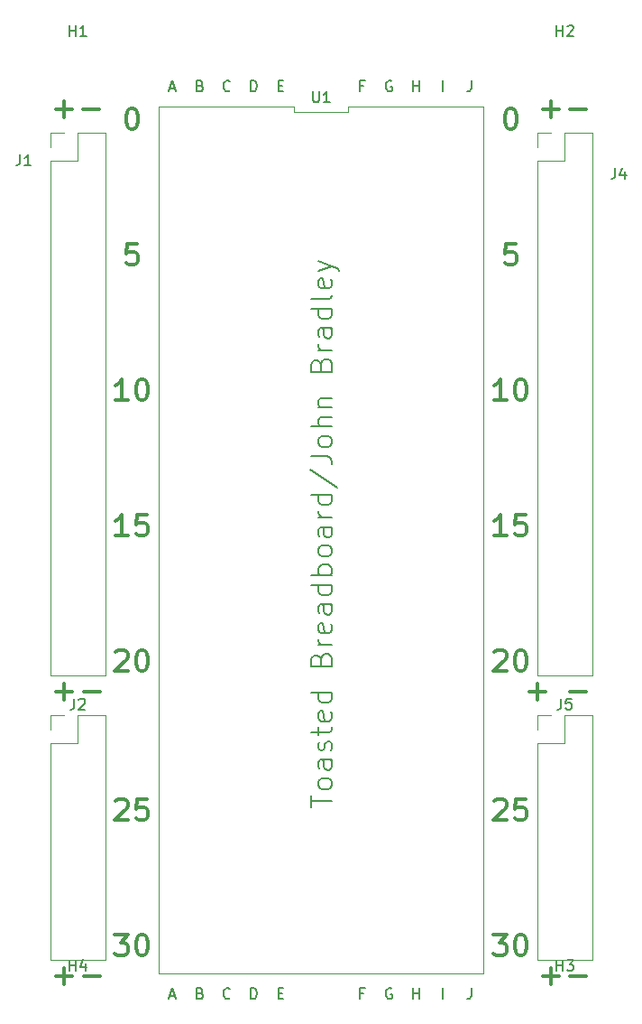
<source format=gbr>
%TF.GenerationSoftware,KiCad,Pcbnew,8.0.0*%
%TF.CreationDate,2024-03-14T18:22:41+00:00*%
%TF.ProjectId,ToastedBreadBoard64,546f6173-7465-4644-9272-656164426f61,rev?*%
%TF.SameCoordinates,Original*%
%TF.FileFunction,Legend,Top*%
%TF.FilePolarity,Positive*%
%FSLAX46Y46*%
G04 Gerber Fmt 4.6, Leading zero omitted, Abs format (unit mm)*
G04 Created by KiCad (PCBNEW 8.0.0) date 2024-03-14 18:22:41*
%MOMM*%
%LPD*%
G01*
G04 APERTURE LIST*
%ADD10C,0.150000*%
%ADD11C,0.300000*%
%ADD12C,0.120000*%
G04 APERTURE END LIST*
D10*
X128557438Y-92420839D02*
X128557438Y-91277982D01*
X130557438Y-91849411D02*
X128557438Y-91849411D01*
X130557438Y-90325601D02*
X130462200Y-90516077D01*
X130462200Y-90516077D02*
X130366961Y-90611315D01*
X130366961Y-90611315D02*
X130176485Y-90706553D01*
X130176485Y-90706553D02*
X129605057Y-90706553D01*
X129605057Y-90706553D02*
X129414580Y-90611315D01*
X129414580Y-90611315D02*
X129319342Y-90516077D01*
X129319342Y-90516077D02*
X129224104Y-90325601D01*
X129224104Y-90325601D02*
X129224104Y-90039886D01*
X129224104Y-90039886D02*
X129319342Y-89849410D01*
X129319342Y-89849410D02*
X129414580Y-89754172D01*
X129414580Y-89754172D02*
X129605057Y-89658934D01*
X129605057Y-89658934D02*
X130176485Y-89658934D01*
X130176485Y-89658934D02*
X130366961Y-89754172D01*
X130366961Y-89754172D02*
X130462200Y-89849410D01*
X130462200Y-89849410D02*
X130557438Y-90039886D01*
X130557438Y-90039886D02*
X130557438Y-90325601D01*
X130557438Y-87944648D02*
X129509819Y-87944648D01*
X129509819Y-87944648D02*
X129319342Y-88039886D01*
X129319342Y-88039886D02*
X129224104Y-88230362D01*
X129224104Y-88230362D02*
X129224104Y-88611315D01*
X129224104Y-88611315D02*
X129319342Y-88801791D01*
X130462200Y-87944648D02*
X130557438Y-88135124D01*
X130557438Y-88135124D02*
X130557438Y-88611315D01*
X130557438Y-88611315D02*
X130462200Y-88801791D01*
X130462200Y-88801791D02*
X130271723Y-88897029D01*
X130271723Y-88897029D02*
X130081247Y-88897029D01*
X130081247Y-88897029D02*
X129890771Y-88801791D01*
X129890771Y-88801791D02*
X129795533Y-88611315D01*
X129795533Y-88611315D02*
X129795533Y-88135124D01*
X129795533Y-88135124D02*
X129700295Y-87944648D01*
X130462200Y-87087505D02*
X130557438Y-86897029D01*
X130557438Y-86897029D02*
X130557438Y-86516077D01*
X130557438Y-86516077D02*
X130462200Y-86325600D01*
X130462200Y-86325600D02*
X130271723Y-86230362D01*
X130271723Y-86230362D02*
X130176485Y-86230362D01*
X130176485Y-86230362D02*
X129986009Y-86325600D01*
X129986009Y-86325600D02*
X129890771Y-86516077D01*
X129890771Y-86516077D02*
X129890771Y-86801791D01*
X129890771Y-86801791D02*
X129795533Y-86992267D01*
X129795533Y-86992267D02*
X129605057Y-87087505D01*
X129605057Y-87087505D02*
X129509819Y-87087505D01*
X129509819Y-87087505D02*
X129319342Y-86992267D01*
X129319342Y-86992267D02*
X129224104Y-86801791D01*
X129224104Y-86801791D02*
X129224104Y-86516077D01*
X129224104Y-86516077D02*
X129319342Y-86325600D01*
X129224104Y-85658933D02*
X129224104Y-84897029D01*
X128557438Y-85373219D02*
X130271723Y-85373219D01*
X130271723Y-85373219D02*
X130462200Y-85277981D01*
X130462200Y-85277981D02*
X130557438Y-85087505D01*
X130557438Y-85087505D02*
X130557438Y-84897029D01*
X130462200Y-83468457D02*
X130557438Y-83658933D01*
X130557438Y-83658933D02*
X130557438Y-84039886D01*
X130557438Y-84039886D02*
X130462200Y-84230362D01*
X130462200Y-84230362D02*
X130271723Y-84325600D01*
X130271723Y-84325600D02*
X129509819Y-84325600D01*
X129509819Y-84325600D02*
X129319342Y-84230362D01*
X129319342Y-84230362D02*
X129224104Y-84039886D01*
X129224104Y-84039886D02*
X129224104Y-83658933D01*
X129224104Y-83658933D02*
X129319342Y-83468457D01*
X129319342Y-83468457D02*
X129509819Y-83373219D01*
X129509819Y-83373219D02*
X129700295Y-83373219D01*
X129700295Y-83373219D02*
X129890771Y-84325600D01*
X130557438Y-81658933D02*
X128557438Y-81658933D01*
X130462200Y-81658933D02*
X130557438Y-81849409D01*
X130557438Y-81849409D02*
X130557438Y-82230362D01*
X130557438Y-82230362D02*
X130462200Y-82420838D01*
X130462200Y-82420838D02*
X130366961Y-82516076D01*
X130366961Y-82516076D02*
X130176485Y-82611314D01*
X130176485Y-82611314D02*
X129605057Y-82611314D01*
X129605057Y-82611314D02*
X129414580Y-82516076D01*
X129414580Y-82516076D02*
X129319342Y-82420838D01*
X129319342Y-82420838D02*
X129224104Y-82230362D01*
X129224104Y-82230362D02*
X129224104Y-81849409D01*
X129224104Y-81849409D02*
X129319342Y-81658933D01*
X129509819Y-78516075D02*
X129605057Y-78230361D01*
X129605057Y-78230361D02*
X129700295Y-78135123D01*
X129700295Y-78135123D02*
X129890771Y-78039885D01*
X129890771Y-78039885D02*
X130176485Y-78039885D01*
X130176485Y-78039885D02*
X130366961Y-78135123D01*
X130366961Y-78135123D02*
X130462200Y-78230361D01*
X130462200Y-78230361D02*
X130557438Y-78420837D01*
X130557438Y-78420837D02*
X130557438Y-79182742D01*
X130557438Y-79182742D02*
X128557438Y-79182742D01*
X128557438Y-79182742D02*
X128557438Y-78516075D01*
X128557438Y-78516075D02*
X128652676Y-78325599D01*
X128652676Y-78325599D02*
X128747914Y-78230361D01*
X128747914Y-78230361D02*
X128938390Y-78135123D01*
X128938390Y-78135123D02*
X129128866Y-78135123D01*
X129128866Y-78135123D02*
X129319342Y-78230361D01*
X129319342Y-78230361D02*
X129414580Y-78325599D01*
X129414580Y-78325599D02*
X129509819Y-78516075D01*
X129509819Y-78516075D02*
X129509819Y-79182742D01*
X130557438Y-77182742D02*
X129224104Y-77182742D01*
X129605057Y-77182742D02*
X129414580Y-77087504D01*
X129414580Y-77087504D02*
X129319342Y-76992266D01*
X129319342Y-76992266D02*
X129224104Y-76801790D01*
X129224104Y-76801790D02*
X129224104Y-76611313D01*
X130462200Y-75182742D02*
X130557438Y-75373218D01*
X130557438Y-75373218D02*
X130557438Y-75754171D01*
X130557438Y-75754171D02*
X130462200Y-75944647D01*
X130462200Y-75944647D02*
X130271723Y-76039885D01*
X130271723Y-76039885D02*
X129509819Y-76039885D01*
X129509819Y-76039885D02*
X129319342Y-75944647D01*
X129319342Y-75944647D02*
X129224104Y-75754171D01*
X129224104Y-75754171D02*
X129224104Y-75373218D01*
X129224104Y-75373218D02*
X129319342Y-75182742D01*
X129319342Y-75182742D02*
X129509819Y-75087504D01*
X129509819Y-75087504D02*
X129700295Y-75087504D01*
X129700295Y-75087504D02*
X129890771Y-76039885D01*
X130557438Y-73373218D02*
X129509819Y-73373218D01*
X129509819Y-73373218D02*
X129319342Y-73468456D01*
X129319342Y-73468456D02*
X129224104Y-73658932D01*
X129224104Y-73658932D02*
X129224104Y-74039885D01*
X129224104Y-74039885D02*
X129319342Y-74230361D01*
X130462200Y-73373218D02*
X130557438Y-73563694D01*
X130557438Y-73563694D02*
X130557438Y-74039885D01*
X130557438Y-74039885D02*
X130462200Y-74230361D01*
X130462200Y-74230361D02*
X130271723Y-74325599D01*
X130271723Y-74325599D02*
X130081247Y-74325599D01*
X130081247Y-74325599D02*
X129890771Y-74230361D01*
X129890771Y-74230361D02*
X129795533Y-74039885D01*
X129795533Y-74039885D02*
X129795533Y-73563694D01*
X129795533Y-73563694D02*
X129700295Y-73373218D01*
X130557438Y-71563694D02*
X128557438Y-71563694D01*
X130462200Y-71563694D02*
X130557438Y-71754170D01*
X130557438Y-71754170D02*
X130557438Y-72135123D01*
X130557438Y-72135123D02*
X130462200Y-72325599D01*
X130462200Y-72325599D02*
X130366961Y-72420837D01*
X130366961Y-72420837D02*
X130176485Y-72516075D01*
X130176485Y-72516075D02*
X129605057Y-72516075D01*
X129605057Y-72516075D02*
X129414580Y-72420837D01*
X129414580Y-72420837D02*
X129319342Y-72325599D01*
X129319342Y-72325599D02*
X129224104Y-72135123D01*
X129224104Y-72135123D02*
X129224104Y-71754170D01*
X129224104Y-71754170D02*
X129319342Y-71563694D01*
X130557438Y-70611313D02*
X128557438Y-70611313D01*
X129319342Y-70611313D02*
X129224104Y-70420837D01*
X129224104Y-70420837D02*
X129224104Y-70039884D01*
X129224104Y-70039884D02*
X129319342Y-69849408D01*
X129319342Y-69849408D02*
X129414580Y-69754170D01*
X129414580Y-69754170D02*
X129605057Y-69658932D01*
X129605057Y-69658932D02*
X130176485Y-69658932D01*
X130176485Y-69658932D02*
X130366961Y-69754170D01*
X130366961Y-69754170D02*
X130462200Y-69849408D01*
X130462200Y-69849408D02*
X130557438Y-70039884D01*
X130557438Y-70039884D02*
X130557438Y-70420837D01*
X130557438Y-70420837D02*
X130462200Y-70611313D01*
X130557438Y-68516075D02*
X130462200Y-68706551D01*
X130462200Y-68706551D02*
X130366961Y-68801789D01*
X130366961Y-68801789D02*
X130176485Y-68897027D01*
X130176485Y-68897027D02*
X129605057Y-68897027D01*
X129605057Y-68897027D02*
X129414580Y-68801789D01*
X129414580Y-68801789D02*
X129319342Y-68706551D01*
X129319342Y-68706551D02*
X129224104Y-68516075D01*
X129224104Y-68516075D02*
X129224104Y-68230360D01*
X129224104Y-68230360D02*
X129319342Y-68039884D01*
X129319342Y-68039884D02*
X129414580Y-67944646D01*
X129414580Y-67944646D02*
X129605057Y-67849408D01*
X129605057Y-67849408D02*
X130176485Y-67849408D01*
X130176485Y-67849408D02*
X130366961Y-67944646D01*
X130366961Y-67944646D02*
X130462200Y-68039884D01*
X130462200Y-68039884D02*
X130557438Y-68230360D01*
X130557438Y-68230360D02*
X130557438Y-68516075D01*
X130557438Y-66135122D02*
X129509819Y-66135122D01*
X129509819Y-66135122D02*
X129319342Y-66230360D01*
X129319342Y-66230360D02*
X129224104Y-66420836D01*
X129224104Y-66420836D02*
X129224104Y-66801789D01*
X129224104Y-66801789D02*
X129319342Y-66992265D01*
X130462200Y-66135122D02*
X130557438Y-66325598D01*
X130557438Y-66325598D02*
X130557438Y-66801789D01*
X130557438Y-66801789D02*
X130462200Y-66992265D01*
X130462200Y-66992265D02*
X130271723Y-67087503D01*
X130271723Y-67087503D02*
X130081247Y-67087503D01*
X130081247Y-67087503D02*
X129890771Y-66992265D01*
X129890771Y-66992265D02*
X129795533Y-66801789D01*
X129795533Y-66801789D02*
X129795533Y-66325598D01*
X129795533Y-66325598D02*
X129700295Y-66135122D01*
X130557438Y-65182741D02*
X129224104Y-65182741D01*
X129605057Y-65182741D02*
X129414580Y-65087503D01*
X129414580Y-65087503D02*
X129319342Y-64992265D01*
X129319342Y-64992265D02*
X129224104Y-64801789D01*
X129224104Y-64801789D02*
X129224104Y-64611312D01*
X130557438Y-63087503D02*
X128557438Y-63087503D01*
X130462200Y-63087503D02*
X130557438Y-63277979D01*
X130557438Y-63277979D02*
X130557438Y-63658932D01*
X130557438Y-63658932D02*
X130462200Y-63849408D01*
X130462200Y-63849408D02*
X130366961Y-63944646D01*
X130366961Y-63944646D02*
X130176485Y-64039884D01*
X130176485Y-64039884D02*
X129605057Y-64039884D01*
X129605057Y-64039884D02*
X129414580Y-63944646D01*
X129414580Y-63944646D02*
X129319342Y-63849408D01*
X129319342Y-63849408D02*
X129224104Y-63658932D01*
X129224104Y-63658932D02*
X129224104Y-63277979D01*
X129224104Y-63277979D02*
X129319342Y-63087503D01*
X128462200Y-60706551D02*
X131033628Y-62420836D01*
X128557438Y-59468455D02*
X129986009Y-59468455D01*
X129986009Y-59468455D02*
X130271723Y-59563694D01*
X130271723Y-59563694D02*
X130462200Y-59754170D01*
X130462200Y-59754170D02*
X130557438Y-60039884D01*
X130557438Y-60039884D02*
X130557438Y-60230360D01*
X130557438Y-58230360D02*
X130462200Y-58420836D01*
X130462200Y-58420836D02*
X130366961Y-58516074D01*
X130366961Y-58516074D02*
X130176485Y-58611312D01*
X130176485Y-58611312D02*
X129605057Y-58611312D01*
X129605057Y-58611312D02*
X129414580Y-58516074D01*
X129414580Y-58516074D02*
X129319342Y-58420836D01*
X129319342Y-58420836D02*
X129224104Y-58230360D01*
X129224104Y-58230360D02*
X129224104Y-57944645D01*
X129224104Y-57944645D02*
X129319342Y-57754169D01*
X129319342Y-57754169D02*
X129414580Y-57658931D01*
X129414580Y-57658931D02*
X129605057Y-57563693D01*
X129605057Y-57563693D02*
X130176485Y-57563693D01*
X130176485Y-57563693D02*
X130366961Y-57658931D01*
X130366961Y-57658931D02*
X130462200Y-57754169D01*
X130462200Y-57754169D02*
X130557438Y-57944645D01*
X130557438Y-57944645D02*
X130557438Y-58230360D01*
X130557438Y-56706550D02*
X128557438Y-56706550D01*
X130557438Y-55849407D02*
X129509819Y-55849407D01*
X129509819Y-55849407D02*
X129319342Y-55944645D01*
X129319342Y-55944645D02*
X129224104Y-56135121D01*
X129224104Y-56135121D02*
X129224104Y-56420836D01*
X129224104Y-56420836D02*
X129319342Y-56611312D01*
X129319342Y-56611312D02*
X129414580Y-56706550D01*
X129224104Y-54897026D02*
X130557438Y-54897026D01*
X129414580Y-54897026D02*
X129319342Y-54801788D01*
X129319342Y-54801788D02*
X129224104Y-54611312D01*
X129224104Y-54611312D02*
X129224104Y-54325597D01*
X129224104Y-54325597D02*
X129319342Y-54135121D01*
X129319342Y-54135121D02*
X129509819Y-54039883D01*
X129509819Y-54039883D02*
X130557438Y-54039883D01*
X129509819Y-50897025D02*
X129605057Y-50611311D01*
X129605057Y-50611311D02*
X129700295Y-50516073D01*
X129700295Y-50516073D02*
X129890771Y-50420835D01*
X129890771Y-50420835D02*
X130176485Y-50420835D01*
X130176485Y-50420835D02*
X130366961Y-50516073D01*
X130366961Y-50516073D02*
X130462200Y-50611311D01*
X130462200Y-50611311D02*
X130557438Y-50801787D01*
X130557438Y-50801787D02*
X130557438Y-51563692D01*
X130557438Y-51563692D02*
X128557438Y-51563692D01*
X128557438Y-51563692D02*
X128557438Y-50897025D01*
X128557438Y-50897025D02*
X128652676Y-50706549D01*
X128652676Y-50706549D02*
X128747914Y-50611311D01*
X128747914Y-50611311D02*
X128938390Y-50516073D01*
X128938390Y-50516073D02*
X129128866Y-50516073D01*
X129128866Y-50516073D02*
X129319342Y-50611311D01*
X129319342Y-50611311D02*
X129414580Y-50706549D01*
X129414580Y-50706549D02*
X129509819Y-50897025D01*
X129509819Y-50897025D02*
X129509819Y-51563692D01*
X130557438Y-49563692D02*
X129224104Y-49563692D01*
X129605057Y-49563692D02*
X129414580Y-49468454D01*
X129414580Y-49468454D02*
X129319342Y-49373216D01*
X129319342Y-49373216D02*
X129224104Y-49182740D01*
X129224104Y-49182740D02*
X129224104Y-48992263D01*
X130557438Y-47468454D02*
X129509819Y-47468454D01*
X129509819Y-47468454D02*
X129319342Y-47563692D01*
X129319342Y-47563692D02*
X129224104Y-47754168D01*
X129224104Y-47754168D02*
X129224104Y-48135121D01*
X129224104Y-48135121D02*
X129319342Y-48325597D01*
X130462200Y-47468454D02*
X130557438Y-47658930D01*
X130557438Y-47658930D02*
X130557438Y-48135121D01*
X130557438Y-48135121D02*
X130462200Y-48325597D01*
X130462200Y-48325597D02*
X130271723Y-48420835D01*
X130271723Y-48420835D02*
X130081247Y-48420835D01*
X130081247Y-48420835D02*
X129890771Y-48325597D01*
X129890771Y-48325597D02*
X129795533Y-48135121D01*
X129795533Y-48135121D02*
X129795533Y-47658930D01*
X129795533Y-47658930D02*
X129700295Y-47468454D01*
X130557438Y-45658930D02*
X128557438Y-45658930D01*
X130462200Y-45658930D02*
X130557438Y-45849406D01*
X130557438Y-45849406D02*
X130557438Y-46230359D01*
X130557438Y-46230359D02*
X130462200Y-46420835D01*
X130462200Y-46420835D02*
X130366961Y-46516073D01*
X130366961Y-46516073D02*
X130176485Y-46611311D01*
X130176485Y-46611311D02*
X129605057Y-46611311D01*
X129605057Y-46611311D02*
X129414580Y-46516073D01*
X129414580Y-46516073D02*
X129319342Y-46420835D01*
X129319342Y-46420835D02*
X129224104Y-46230359D01*
X129224104Y-46230359D02*
X129224104Y-45849406D01*
X129224104Y-45849406D02*
X129319342Y-45658930D01*
X130557438Y-44420835D02*
X130462200Y-44611311D01*
X130462200Y-44611311D02*
X130271723Y-44706549D01*
X130271723Y-44706549D02*
X128557438Y-44706549D01*
X130462200Y-42897025D02*
X130557438Y-43087501D01*
X130557438Y-43087501D02*
X130557438Y-43468454D01*
X130557438Y-43468454D02*
X130462200Y-43658930D01*
X130462200Y-43658930D02*
X130271723Y-43754168D01*
X130271723Y-43754168D02*
X129509819Y-43754168D01*
X129509819Y-43754168D02*
X129319342Y-43658930D01*
X129319342Y-43658930D02*
X129224104Y-43468454D01*
X129224104Y-43468454D02*
X129224104Y-43087501D01*
X129224104Y-43087501D02*
X129319342Y-42897025D01*
X129319342Y-42897025D02*
X129509819Y-42801787D01*
X129509819Y-42801787D02*
X129700295Y-42801787D01*
X129700295Y-42801787D02*
X129890771Y-43754168D01*
X129224104Y-42135120D02*
X130557438Y-41658930D01*
X129224104Y-41182739D02*
X130557438Y-41658930D01*
X130557438Y-41658930D02*
X131033628Y-41849406D01*
X131033628Y-41849406D02*
X131128866Y-41944644D01*
X131128866Y-41944644D02*
X131224104Y-42135120D01*
D11*
X147796190Y-39549638D02*
X146843809Y-39549638D01*
X146843809Y-39549638D02*
X146748571Y-40502019D01*
X146748571Y-40502019D02*
X146843809Y-40406780D01*
X146843809Y-40406780D02*
X147034285Y-40311542D01*
X147034285Y-40311542D02*
X147510476Y-40311542D01*
X147510476Y-40311542D02*
X147700952Y-40406780D01*
X147700952Y-40406780D02*
X147796190Y-40502019D01*
X147796190Y-40502019D02*
X147891428Y-40692495D01*
X147891428Y-40692495D02*
X147891428Y-41168685D01*
X147891428Y-41168685D02*
X147796190Y-41359161D01*
X147796190Y-41359161D02*
X147700952Y-41454400D01*
X147700952Y-41454400D02*
X147510476Y-41549638D01*
X147510476Y-41549638D02*
X147034285Y-41549638D01*
X147034285Y-41549638D02*
X146843809Y-41454400D01*
X146843809Y-41454400D02*
X146748571Y-41359161D01*
X112236190Y-39549638D02*
X111283809Y-39549638D01*
X111283809Y-39549638D02*
X111188571Y-40502019D01*
X111188571Y-40502019D02*
X111283809Y-40406780D01*
X111283809Y-40406780D02*
X111474285Y-40311542D01*
X111474285Y-40311542D02*
X111950476Y-40311542D01*
X111950476Y-40311542D02*
X112140952Y-40406780D01*
X112140952Y-40406780D02*
X112236190Y-40502019D01*
X112236190Y-40502019D02*
X112331428Y-40692495D01*
X112331428Y-40692495D02*
X112331428Y-41168685D01*
X112331428Y-41168685D02*
X112236190Y-41359161D01*
X112236190Y-41359161D02*
X112140952Y-41454400D01*
X112140952Y-41454400D02*
X111950476Y-41549638D01*
X111950476Y-41549638D02*
X111474285Y-41549638D01*
X111474285Y-41549638D02*
X111283809Y-41454400D01*
X111283809Y-41454400D02*
X111188571Y-41359161D01*
D10*
X120959523Y-110264580D02*
X120911904Y-110312200D01*
X120911904Y-110312200D02*
X120769047Y-110359819D01*
X120769047Y-110359819D02*
X120673809Y-110359819D01*
X120673809Y-110359819D02*
X120530952Y-110312200D01*
X120530952Y-110312200D02*
X120435714Y-110216961D01*
X120435714Y-110216961D02*
X120388095Y-110121723D01*
X120388095Y-110121723D02*
X120340476Y-109931247D01*
X120340476Y-109931247D02*
X120340476Y-109788390D01*
X120340476Y-109788390D02*
X120388095Y-109597914D01*
X120388095Y-109597914D02*
X120435714Y-109502676D01*
X120435714Y-109502676D02*
X120530952Y-109407438D01*
X120530952Y-109407438D02*
X120673809Y-109359819D01*
X120673809Y-109359819D02*
X120769047Y-109359819D01*
X120769047Y-109359819D02*
X120911904Y-109407438D01*
X120911904Y-109407438D02*
X120959523Y-109455057D01*
D11*
X110236190Y-91810114D02*
X110331428Y-91714876D01*
X110331428Y-91714876D02*
X110521904Y-91619638D01*
X110521904Y-91619638D02*
X110998095Y-91619638D01*
X110998095Y-91619638D02*
X111188571Y-91714876D01*
X111188571Y-91714876D02*
X111283809Y-91810114D01*
X111283809Y-91810114D02*
X111379047Y-92000590D01*
X111379047Y-92000590D02*
X111379047Y-92191066D01*
X111379047Y-92191066D02*
X111283809Y-92476780D01*
X111283809Y-92476780D02*
X110140952Y-93619638D01*
X110140952Y-93619638D02*
X111379047Y-93619638D01*
X113188571Y-91619638D02*
X112236190Y-91619638D01*
X112236190Y-91619638D02*
X112140952Y-92572019D01*
X112140952Y-92572019D02*
X112236190Y-92476780D01*
X112236190Y-92476780D02*
X112426666Y-92381542D01*
X112426666Y-92381542D02*
X112902857Y-92381542D01*
X112902857Y-92381542D02*
X113093333Y-92476780D01*
X113093333Y-92476780D02*
X113188571Y-92572019D01*
X113188571Y-92572019D02*
X113283809Y-92762495D01*
X113283809Y-92762495D02*
X113283809Y-93238685D01*
X113283809Y-93238685D02*
X113188571Y-93429161D01*
X113188571Y-93429161D02*
X113093333Y-93524400D01*
X113093333Y-93524400D02*
X112902857Y-93619638D01*
X112902857Y-93619638D02*
X112426666Y-93619638D01*
X112426666Y-93619638D02*
X112236190Y-93524400D01*
X112236190Y-93524400D02*
X112140952Y-93429161D01*
X152908095Y-108197733D02*
X154431905Y-108197733D01*
X104648095Y-81527733D02*
X106171905Y-81527733D01*
X105410000Y-82289638D02*
X105410000Y-80765828D01*
D10*
X115331905Y-110074104D02*
X115808095Y-110074104D01*
X115236667Y-110359819D02*
X115570000Y-109359819D01*
X115570000Y-109359819D02*
X115903333Y-110359819D01*
X136151904Y-24317438D02*
X136056666Y-24269819D01*
X136056666Y-24269819D02*
X135913809Y-24269819D01*
X135913809Y-24269819D02*
X135770952Y-24317438D01*
X135770952Y-24317438D02*
X135675714Y-24412676D01*
X135675714Y-24412676D02*
X135628095Y-24507914D01*
X135628095Y-24507914D02*
X135580476Y-24698390D01*
X135580476Y-24698390D02*
X135580476Y-24841247D01*
X135580476Y-24841247D02*
X135628095Y-25031723D01*
X135628095Y-25031723D02*
X135675714Y-25126961D01*
X135675714Y-25126961D02*
X135770952Y-25222200D01*
X135770952Y-25222200D02*
X135913809Y-25269819D01*
X135913809Y-25269819D02*
X136009047Y-25269819D01*
X136009047Y-25269819D02*
X136151904Y-25222200D01*
X136151904Y-25222200D02*
X136199523Y-25174580D01*
X136199523Y-25174580D02*
X136199523Y-24841247D01*
X136199523Y-24841247D02*
X136009047Y-24841247D01*
D11*
X150368095Y-108197733D02*
X151891905Y-108197733D01*
X151130000Y-108959638D02*
X151130000Y-107435828D01*
X149098095Y-81527733D02*
X150621905Y-81527733D01*
X149860000Y-82289638D02*
X149860000Y-80765828D01*
D10*
X133492857Y-24746009D02*
X133159524Y-24746009D01*
X133159524Y-25269819D02*
X133159524Y-24269819D01*
X133159524Y-24269819D02*
X133635714Y-24269819D01*
X133492857Y-109836009D02*
X133159524Y-109836009D01*
X133159524Y-110359819D02*
X133159524Y-109359819D01*
X133159524Y-109359819D02*
X133635714Y-109359819D01*
D11*
X145796190Y-77840114D02*
X145891428Y-77744876D01*
X145891428Y-77744876D02*
X146081904Y-77649638D01*
X146081904Y-77649638D02*
X146558095Y-77649638D01*
X146558095Y-77649638D02*
X146748571Y-77744876D01*
X146748571Y-77744876D02*
X146843809Y-77840114D01*
X146843809Y-77840114D02*
X146939047Y-78030590D01*
X146939047Y-78030590D02*
X146939047Y-78221066D01*
X146939047Y-78221066D02*
X146843809Y-78506780D01*
X146843809Y-78506780D02*
X145700952Y-79649638D01*
X145700952Y-79649638D02*
X146939047Y-79649638D01*
X148177142Y-77649638D02*
X148367619Y-77649638D01*
X148367619Y-77649638D02*
X148558095Y-77744876D01*
X148558095Y-77744876D02*
X148653333Y-77840114D01*
X148653333Y-77840114D02*
X148748571Y-78030590D01*
X148748571Y-78030590D02*
X148843809Y-78411542D01*
X148843809Y-78411542D02*
X148843809Y-78887733D01*
X148843809Y-78887733D02*
X148748571Y-79268685D01*
X148748571Y-79268685D02*
X148653333Y-79459161D01*
X148653333Y-79459161D02*
X148558095Y-79554400D01*
X148558095Y-79554400D02*
X148367619Y-79649638D01*
X148367619Y-79649638D02*
X148177142Y-79649638D01*
X148177142Y-79649638D02*
X147986666Y-79554400D01*
X147986666Y-79554400D02*
X147891428Y-79459161D01*
X147891428Y-79459161D02*
X147796190Y-79268685D01*
X147796190Y-79268685D02*
X147700952Y-78887733D01*
X147700952Y-78887733D02*
X147700952Y-78411542D01*
X147700952Y-78411542D02*
X147796190Y-78030590D01*
X147796190Y-78030590D02*
X147891428Y-77840114D01*
X147891428Y-77840114D02*
X147986666Y-77744876D01*
X147986666Y-77744876D02*
X148177142Y-77649638D01*
D10*
X143652857Y-109359819D02*
X143652857Y-110074104D01*
X143652857Y-110074104D02*
X143605238Y-110216961D01*
X143605238Y-110216961D02*
X143510000Y-110312200D01*
X143510000Y-110312200D02*
X143367143Y-110359819D01*
X143367143Y-110359819D02*
X143271905Y-110359819D01*
D11*
X104648095Y-26917733D02*
X106171905Y-26917733D01*
X105410000Y-27679638D02*
X105410000Y-26155828D01*
X104648095Y-108197733D02*
X106171905Y-108197733D01*
X105410000Y-108959638D02*
X105410000Y-107435828D01*
D10*
X125515714Y-109836009D02*
X125849047Y-109836009D01*
X125991904Y-110359819D02*
X125515714Y-110359819D01*
X125515714Y-110359819D02*
X125515714Y-109359819D01*
X125515714Y-109359819D02*
X125991904Y-109359819D01*
D11*
X107218095Y-108197733D02*
X108741905Y-108197733D01*
D10*
X115331905Y-24984104D02*
X115808095Y-24984104D01*
X115236667Y-25269819D02*
X115570000Y-24269819D01*
X115570000Y-24269819D02*
X115903333Y-25269819D01*
X122928095Y-25269819D02*
X122928095Y-24269819D01*
X122928095Y-24269819D02*
X123166190Y-24269819D01*
X123166190Y-24269819D02*
X123309047Y-24317438D01*
X123309047Y-24317438D02*
X123404285Y-24412676D01*
X123404285Y-24412676D02*
X123451904Y-24507914D01*
X123451904Y-24507914D02*
X123499523Y-24698390D01*
X123499523Y-24698390D02*
X123499523Y-24841247D01*
X123499523Y-24841247D02*
X123451904Y-25031723D01*
X123451904Y-25031723D02*
X123404285Y-25126961D01*
X123404285Y-25126961D02*
X123309047Y-25222200D01*
X123309047Y-25222200D02*
X123166190Y-25269819D01*
X123166190Y-25269819D02*
X122928095Y-25269819D01*
D11*
X145796190Y-91810114D02*
X145891428Y-91714876D01*
X145891428Y-91714876D02*
X146081904Y-91619638D01*
X146081904Y-91619638D02*
X146558095Y-91619638D01*
X146558095Y-91619638D02*
X146748571Y-91714876D01*
X146748571Y-91714876D02*
X146843809Y-91810114D01*
X146843809Y-91810114D02*
X146939047Y-92000590D01*
X146939047Y-92000590D02*
X146939047Y-92191066D01*
X146939047Y-92191066D02*
X146843809Y-92476780D01*
X146843809Y-92476780D02*
X145700952Y-93619638D01*
X145700952Y-93619638D02*
X146939047Y-93619638D01*
X148748571Y-91619638D02*
X147796190Y-91619638D01*
X147796190Y-91619638D02*
X147700952Y-92572019D01*
X147700952Y-92572019D02*
X147796190Y-92476780D01*
X147796190Y-92476780D02*
X147986666Y-92381542D01*
X147986666Y-92381542D02*
X148462857Y-92381542D01*
X148462857Y-92381542D02*
X148653333Y-92476780D01*
X148653333Y-92476780D02*
X148748571Y-92572019D01*
X148748571Y-92572019D02*
X148843809Y-92762495D01*
X148843809Y-92762495D02*
X148843809Y-93238685D01*
X148843809Y-93238685D02*
X148748571Y-93429161D01*
X148748571Y-93429161D02*
X148653333Y-93524400D01*
X148653333Y-93524400D02*
X148462857Y-93619638D01*
X148462857Y-93619638D02*
X147986666Y-93619638D01*
X147986666Y-93619638D02*
X147796190Y-93524400D01*
X147796190Y-93524400D02*
X147700952Y-93429161D01*
X147224761Y-26849638D02*
X147415238Y-26849638D01*
X147415238Y-26849638D02*
X147605714Y-26944876D01*
X147605714Y-26944876D02*
X147700952Y-27040114D01*
X147700952Y-27040114D02*
X147796190Y-27230590D01*
X147796190Y-27230590D02*
X147891428Y-27611542D01*
X147891428Y-27611542D02*
X147891428Y-28087733D01*
X147891428Y-28087733D02*
X147796190Y-28468685D01*
X147796190Y-28468685D02*
X147700952Y-28659161D01*
X147700952Y-28659161D02*
X147605714Y-28754400D01*
X147605714Y-28754400D02*
X147415238Y-28849638D01*
X147415238Y-28849638D02*
X147224761Y-28849638D01*
X147224761Y-28849638D02*
X147034285Y-28754400D01*
X147034285Y-28754400D02*
X146939047Y-28659161D01*
X146939047Y-28659161D02*
X146843809Y-28468685D01*
X146843809Y-28468685D02*
X146748571Y-28087733D01*
X146748571Y-28087733D02*
X146748571Y-27611542D01*
X146748571Y-27611542D02*
X146843809Y-27230590D01*
X146843809Y-27230590D02*
X146939047Y-27040114D01*
X146939047Y-27040114D02*
X147034285Y-26944876D01*
X147034285Y-26944876D02*
X147224761Y-26849638D01*
D10*
X118181428Y-109836009D02*
X118324285Y-109883628D01*
X118324285Y-109883628D02*
X118371904Y-109931247D01*
X118371904Y-109931247D02*
X118419523Y-110026485D01*
X118419523Y-110026485D02*
X118419523Y-110169342D01*
X118419523Y-110169342D02*
X118371904Y-110264580D01*
X118371904Y-110264580D02*
X118324285Y-110312200D01*
X118324285Y-110312200D02*
X118229047Y-110359819D01*
X118229047Y-110359819D02*
X117848095Y-110359819D01*
X117848095Y-110359819D02*
X117848095Y-109359819D01*
X117848095Y-109359819D02*
X118181428Y-109359819D01*
X118181428Y-109359819D02*
X118276666Y-109407438D01*
X118276666Y-109407438D02*
X118324285Y-109455057D01*
X118324285Y-109455057D02*
X118371904Y-109550295D01*
X118371904Y-109550295D02*
X118371904Y-109645533D01*
X118371904Y-109645533D02*
X118324285Y-109740771D01*
X118324285Y-109740771D02*
X118276666Y-109788390D01*
X118276666Y-109788390D02*
X118181428Y-109836009D01*
X118181428Y-109836009D02*
X117848095Y-109836009D01*
D11*
X152908095Y-81527733D02*
X154431905Y-81527733D01*
D10*
X125515714Y-24746009D02*
X125849047Y-24746009D01*
X125991904Y-25269819D02*
X125515714Y-25269819D01*
X125515714Y-25269819D02*
X125515714Y-24269819D01*
X125515714Y-24269819D02*
X125991904Y-24269819D01*
D11*
X111664761Y-26849638D02*
X111855238Y-26849638D01*
X111855238Y-26849638D02*
X112045714Y-26944876D01*
X112045714Y-26944876D02*
X112140952Y-27040114D01*
X112140952Y-27040114D02*
X112236190Y-27230590D01*
X112236190Y-27230590D02*
X112331428Y-27611542D01*
X112331428Y-27611542D02*
X112331428Y-28087733D01*
X112331428Y-28087733D02*
X112236190Y-28468685D01*
X112236190Y-28468685D02*
X112140952Y-28659161D01*
X112140952Y-28659161D02*
X112045714Y-28754400D01*
X112045714Y-28754400D02*
X111855238Y-28849638D01*
X111855238Y-28849638D02*
X111664761Y-28849638D01*
X111664761Y-28849638D02*
X111474285Y-28754400D01*
X111474285Y-28754400D02*
X111379047Y-28659161D01*
X111379047Y-28659161D02*
X111283809Y-28468685D01*
X111283809Y-28468685D02*
X111188571Y-28087733D01*
X111188571Y-28087733D02*
X111188571Y-27611542D01*
X111188571Y-27611542D02*
X111283809Y-27230590D01*
X111283809Y-27230590D02*
X111379047Y-27040114D01*
X111379047Y-27040114D02*
X111474285Y-26944876D01*
X111474285Y-26944876D02*
X111664761Y-26849638D01*
X110140952Y-104319638D02*
X111379047Y-104319638D01*
X111379047Y-104319638D02*
X110712380Y-105081542D01*
X110712380Y-105081542D02*
X110998095Y-105081542D01*
X110998095Y-105081542D02*
X111188571Y-105176780D01*
X111188571Y-105176780D02*
X111283809Y-105272019D01*
X111283809Y-105272019D02*
X111379047Y-105462495D01*
X111379047Y-105462495D02*
X111379047Y-105938685D01*
X111379047Y-105938685D02*
X111283809Y-106129161D01*
X111283809Y-106129161D02*
X111188571Y-106224400D01*
X111188571Y-106224400D02*
X110998095Y-106319638D01*
X110998095Y-106319638D02*
X110426666Y-106319638D01*
X110426666Y-106319638D02*
X110236190Y-106224400D01*
X110236190Y-106224400D02*
X110140952Y-106129161D01*
X112617142Y-104319638D02*
X112807619Y-104319638D01*
X112807619Y-104319638D02*
X112998095Y-104414876D01*
X112998095Y-104414876D02*
X113093333Y-104510114D01*
X113093333Y-104510114D02*
X113188571Y-104700590D01*
X113188571Y-104700590D02*
X113283809Y-105081542D01*
X113283809Y-105081542D02*
X113283809Y-105557733D01*
X113283809Y-105557733D02*
X113188571Y-105938685D01*
X113188571Y-105938685D02*
X113093333Y-106129161D01*
X113093333Y-106129161D02*
X112998095Y-106224400D01*
X112998095Y-106224400D02*
X112807619Y-106319638D01*
X112807619Y-106319638D02*
X112617142Y-106319638D01*
X112617142Y-106319638D02*
X112426666Y-106224400D01*
X112426666Y-106224400D02*
X112331428Y-106129161D01*
X112331428Y-106129161D02*
X112236190Y-105938685D01*
X112236190Y-105938685D02*
X112140952Y-105557733D01*
X112140952Y-105557733D02*
X112140952Y-105081542D01*
X112140952Y-105081542D02*
X112236190Y-104700590D01*
X112236190Y-104700590D02*
X112331428Y-104510114D01*
X112331428Y-104510114D02*
X112426666Y-104414876D01*
X112426666Y-104414876D02*
X112617142Y-104319638D01*
X107218095Y-81527733D02*
X108741905Y-81527733D01*
D10*
X118181428Y-24746009D02*
X118324285Y-24793628D01*
X118324285Y-24793628D02*
X118371904Y-24841247D01*
X118371904Y-24841247D02*
X118419523Y-24936485D01*
X118419523Y-24936485D02*
X118419523Y-25079342D01*
X118419523Y-25079342D02*
X118371904Y-25174580D01*
X118371904Y-25174580D02*
X118324285Y-25222200D01*
X118324285Y-25222200D02*
X118229047Y-25269819D01*
X118229047Y-25269819D02*
X117848095Y-25269819D01*
X117848095Y-25269819D02*
X117848095Y-24269819D01*
X117848095Y-24269819D02*
X118181428Y-24269819D01*
X118181428Y-24269819D02*
X118276666Y-24317438D01*
X118276666Y-24317438D02*
X118324285Y-24365057D01*
X118324285Y-24365057D02*
X118371904Y-24460295D01*
X118371904Y-24460295D02*
X118371904Y-24555533D01*
X118371904Y-24555533D02*
X118324285Y-24650771D01*
X118324285Y-24650771D02*
X118276666Y-24698390D01*
X118276666Y-24698390D02*
X118181428Y-24746009D01*
X118181428Y-24746009D02*
X117848095Y-24746009D01*
X136151904Y-109407438D02*
X136056666Y-109359819D01*
X136056666Y-109359819D02*
X135913809Y-109359819D01*
X135913809Y-109359819D02*
X135770952Y-109407438D01*
X135770952Y-109407438D02*
X135675714Y-109502676D01*
X135675714Y-109502676D02*
X135628095Y-109597914D01*
X135628095Y-109597914D02*
X135580476Y-109788390D01*
X135580476Y-109788390D02*
X135580476Y-109931247D01*
X135580476Y-109931247D02*
X135628095Y-110121723D01*
X135628095Y-110121723D02*
X135675714Y-110216961D01*
X135675714Y-110216961D02*
X135770952Y-110312200D01*
X135770952Y-110312200D02*
X135913809Y-110359819D01*
X135913809Y-110359819D02*
X136009047Y-110359819D01*
X136009047Y-110359819D02*
X136151904Y-110312200D01*
X136151904Y-110312200D02*
X136199523Y-110264580D01*
X136199523Y-110264580D02*
X136199523Y-109931247D01*
X136199523Y-109931247D02*
X136009047Y-109931247D01*
X143652857Y-24269819D02*
X143652857Y-24984104D01*
X143652857Y-24984104D02*
X143605238Y-25126961D01*
X143605238Y-25126961D02*
X143510000Y-25222200D01*
X143510000Y-25222200D02*
X143367143Y-25269819D01*
X143367143Y-25269819D02*
X143271905Y-25269819D01*
D11*
X107188095Y-26917733D02*
X108711905Y-26917733D01*
D10*
X138144286Y-110359819D02*
X138144286Y-109359819D01*
X138144286Y-109836009D02*
X138715714Y-109836009D01*
X138715714Y-110359819D02*
X138715714Y-109359819D01*
X122928095Y-110359819D02*
X122928095Y-109359819D01*
X122928095Y-109359819D02*
X123166190Y-109359819D01*
X123166190Y-109359819D02*
X123309047Y-109407438D01*
X123309047Y-109407438D02*
X123404285Y-109502676D01*
X123404285Y-109502676D02*
X123451904Y-109597914D01*
X123451904Y-109597914D02*
X123499523Y-109788390D01*
X123499523Y-109788390D02*
X123499523Y-109931247D01*
X123499523Y-109931247D02*
X123451904Y-110121723D01*
X123451904Y-110121723D02*
X123404285Y-110216961D01*
X123404285Y-110216961D02*
X123309047Y-110312200D01*
X123309047Y-110312200D02*
X123166190Y-110359819D01*
X123166190Y-110359819D02*
X122928095Y-110359819D01*
D11*
X150368095Y-26917733D02*
X151891905Y-26917733D01*
X151130000Y-27679638D02*
X151130000Y-26155828D01*
D10*
X140970000Y-25269819D02*
X140970000Y-24269819D01*
D11*
X110236190Y-77840114D02*
X110331428Y-77744876D01*
X110331428Y-77744876D02*
X110521904Y-77649638D01*
X110521904Y-77649638D02*
X110998095Y-77649638D01*
X110998095Y-77649638D02*
X111188571Y-77744876D01*
X111188571Y-77744876D02*
X111283809Y-77840114D01*
X111283809Y-77840114D02*
X111379047Y-78030590D01*
X111379047Y-78030590D02*
X111379047Y-78221066D01*
X111379047Y-78221066D02*
X111283809Y-78506780D01*
X111283809Y-78506780D02*
X110140952Y-79649638D01*
X110140952Y-79649638D02*
X111379047Y-79649638D01*
X112617142Y-77649638D02*
X112807619Y-77649638D01*
X112807619Y-77649638D02*
X112998095Y-77744876D01*
X112998095Y-77744876D02*
X113093333Y-77840114D01*
X113093333Y-77840114D02*
X113188571Y-78030590D01*
X113188571Y-78030590D02*
X113283809Y-78411542D01*
X113283809Y-78411542D02*
X113283809Y-78887733D01*
X113283809Y-78887733D02*
X113188571Y-79268685D01*
X113188571Y-79268685D02*
X113093333Y-79459161D01*
X113093333Y-79459161D02*
X112998095Y-79554400D01*
X112998095Y-79554400D02*
X112807619Y-79649638D01*
X112807619Y-79649638D02*
X112617142Y-79649638D01*
X112617142Y-79649638D02*
X112426666Y-79554400D01*
X112426666Y-79554400D02*
X112331428Y-79459161D01*
X112331428Y-79459161D02*
X112236190Y-79268685D01*
X112236190Y-79268685D02*
X112140952Y-78887733D01*
X112140952Y-78887733D02*
X112140952Y-78411542D01*
X112140952Y-78411542D02*
X112236190Y-78030590D01*
X112236190Y-78030590D02*
X112331428Y-77840114D01*
X112331428Y-77840114D02*
X112426666Y-77744876D01*
X112426666Y-77744876D02*
X112617142Y-77649638D01*
X111379047Y-54249638D02*
X110236190Y-54249638D01*
X110807618Y-54249638D02*
X110807618Y-52249638D01*
X110807618Y-52249638D02*
X110617142Y-52535352D01*
X110617142Y-52535352D02*
X110426666Y-52725828D01*
X110426666Y-52725828D02*
X110236190Y-52821066D01*
X112617142Y-52249638D02*
X112807619Y-52249638D01*
X112807619Y-52249638D02*
X112998095Y-52344876D01*
X112998095Y-52344876D02*
X113093333Y-52440114D01*
X113093333Y-52440114D02*
X113188571Y-52630590D01*
X113188571Y-52630590D02*
X113283809Y-53011542D01*
X113283809Y-53011542D02*
X113283809Y-53487733D01*
X113283809Y-53487733D02*
X113188571Y-53868685D01*
X113188571Y-53868685D02*
X113093333Y-54059161D01*
X113093333Y-54059161D02*
X112998095Y-54154400D01*
X112998095Y-54154400D02*
X112807619Y-54249638D01*
X112807619Y-54249638D02*
X112617142Y-54249638D01*
X112617142Y-54249638D02*
X112426666Y-54154400D01*
X112426666Y-54154400D02*
X112331428Y-54059161D01*
X112331428Y-54059161D02*
X112236190Y-53868685D01*
X112236190Y-53868685D02*
X112140952Y-53487733D01*
X112140952Y-53487733D02*
X112140952Y-53011542D01*
X112140952Y-53011542D02*
X112236190Y-52630590D01*
X112236190Y-52630590D02*
X112331428Y-52440114D01*
X112331428Y-52440114D02*
X112426666Y-52344876D01*
X112426666Y-52344876D02*
X112617142Y-52249638D01*
D10*
X138144286Y-25269819D02*
X138144286Y-24269819D01*
X138144286Y-24746009D02*
X138715714Y-24746009D01*
X138715714Y-25269819D02*
X138715714Y-24269819D01*
D11*
X152908095Y-26917733D02*
X154431905Y-26917733D01*
X146939047Y-66949638D02*
X145796190Y-66949638D01*
X146367618Y-66949638D02*
X146367618Y-64949638D01*
X146367618Y-64949638D02*
X146177142Y-65235352D01*
X146177142Y-65235352D02*
X145986666Y-65425828D01*
X145986666Y-65425828D02*
X145796190Y-65521066D01*
X148748571Y-64949638D02*
X147796190Y-64949638D01*
X147796190Y-64949638D02*
X147700952Y-65902019D01*
X147700952Y-65902019D02*
X147796190Y-65806780D01*
X147796190Y-65806780D02*
X147986666Y-65711542D01*
X147986666Y-65711542D02*
X148462857Y-65711542D01*
X148462857Y-65711542D02*
X148653333Y-65806780D01*
X148653333Y-65806780D02*
X148748571Y-65902019D01*
X148748571Y-65902019D02*
X148843809Y-66092495D01*
X148843809Y-66092495D02*
X148843809Y-66568685D01*
X148843809Y-66568685D02*
X148748571Y-66759161D01*
X148748571Y-66759161D02*
X148653333Y-66854400D01*
X148653333Y-66854400D02*
X148462857Y-66949638D01*
X148462857Y-66949638D02*
X147986666Y-66949638D01*
X147986666Y-66949638D02*
X147796190Y-66854400D01*
X147796190Y-66854400D02*
X147700952Y-66759161D01*
X145700952Y-104319638D02*
X146939047Y-104319638D01*
X146939047Y-104319638D02*
X146272380Y-105081542D01*
X146272380Y-105081542D02*
X146558095Y-105081542D01*
X146558095Y-105081542D02*
X146748571Y-105176780D01*
X146748571Y-105176780D02*
X146843809Y-105272019D01*
X146843809Y-105272019D02*
X146939047Y-105462495D01*
X146939047Y-105462495D02*
X146939047Y-105938685D01*
X146939047Y-105938685D02*
X146843809Y-106129161D01*
X146843809Y-106129161D02*
X146748571Y-106224400D01*
X146748571Y-106224400D02*
X146558095Y-106319638D01*
X146558095Y-106319638D02*
X145986666Y-106319638D01*
X145986666Y-106319638D02*
X145796190Y-106224400D01*
X145796190Y-106224400D02*
X145700952Y-106129161D01*
X148177142Y-104319638D02*
X148367619Y-104319638D01*
X148367619Y-104319638D02*
X148558095Y-104414876D01*
X148558095Y-104414876D02*
X148653333Y-104510114D01*
X148653333Y-104510114D02*
X148748571Y-104700590D01*
X148748571Y-104700590D02*
X148843809Y-105081542D01*
X148843809Y-105081542D02*
X148843809Y-105557733D01*
X148843809Y-105557733D02*
X148748571Y-105938685D01*
X148748571Y-105938685D02*
X148653333Y-106129161D01*
X148653333Y-106129161D02*
X148558095Y-106224400D01*
X148558095Y-106224400D02*
X148367619Y-106319638D01*
X148367619Y-106319638D02*
X148177142Y-106319638D01*
X148177142Y-106319638D02*
X147986666Y-106224400D01*
X147986666Y-106224400D02*
X147891428Y-106129161D01*
X147891428Y-106129161D02*
X147796190Y-105938685D01*
X147796190Y-105938685D02*
X147700952Y-105557733D01*
X147700952Y-105557733D02*
X147700952Y-105081542D01*
X147700952Y-105081542D02*
X147796190Y-104700590D01*
X147796190Y-104700590D02*
X147891428Y-104510114D01*
X147891428Y-104510114D02*
X147986666Y-104414876D01*
X147986666Y-104414876D02*
X148177142Y-104319638D01*
D10*
X140970000Y-110359819D02*
X140970000Y-109359819D01*
D11*
X111379047Y-66949638D02*
X110236190Y-66949638D01*
X110807618Y-66949638D02*
X110807618Y-64949638D01*
X110807618Y-64949638D02*
X110617142Y-65235352D01*
X110617142Y-65235352D02*
X110426666Y-65425828D01*
X110426666Y-65425828D02*
X110236190Y-65521066D01*
X113188571Y-64949638D02*
X112236190Y-64949638D01*
X112236190Y-64949638D02*
X112140952Y-65902019D01*
X112140952Y-65902019D02*
X112236190Y-65806780D01*
X112236190Y-65806780D02*
X112426666Y-65711542D01*
X112426666Y-65711542D02*
X112902857Y-65711542D01*
X112902857Y-65711542D02*
X113093333Y-65806780D01*
X113093333Y-65806780D02*
X113188571Y-65902019D01*
X113188571Y-65902019D02*
X113283809Y-66092495D01*
X113283809Y-66092495D02*
X113283809Y-66568685D01*
X113283809Y-66568685D02*
X113188571Y-66759161D01*
X113188571Y-66759161D02*
X113093333Y-66854400D01*
X113093333Y-66854400D02*
X112902857Y-66949638D01*
X112902857Y-66949638D02*
X112426666Y-66949638D01*
X112426666Y-66949638D02*
X112236190Y-66854400D01*
X112236190Y-66854400D02*
X112140952Y-66759161D01*
D10*
X120959523Y-25174580D02*
X120911904Y-25222200D01*
X120911904Y-25222200D02*
X120769047Y-25269819D01*
X120769047Y-25269819D02*
X120673809Y-25269819D01*
X120673809Y-25269819D02*
X120530952Y-25222200D01*
X120530952Y-25222200D02*
X120435714Y-25126961D01*
X120435714Y-25126961D02*
X120388095Y-25031723D01*
X120388095Y-25031723D02*
X120340476Y-24841247D01*
X120340476Y-24841247D02*
X120340476Y-24698390D01*
X120340476Y-24698390D02*
X120388095Y-24507914D01*
X120388095Y-24507914D02*
X120435714Y-24412676D01*
X120435714Y-24412676D02*
X120530952Y-24317438D01*
X120530952Y-24317438D02*
X120673809Y-24269819D01*
X120673809Y-24269819D02*
X120769047Y-24269819D01*
X120769047Y-24269819D02*
X120911904Y-24317438D01*
X120911904Y-24317438D02*
X120959523Y-24365057D01*
D11*
X146939047Y-54249638D02*
X145796190Y-54249638D01*
X146367618Y-54249638D02*
X146367618Y-52249638D01*
X146367618Y-52249638D02*
X146177142Y-52535352D01*
X146177142Y-52535352D02*
X145986666Y-52725828D01*
X145986666Y-52725828D02*
X145796190Y-52821066D01*
X148177142Y-52249638D02*
X148367619Y-52249638D01*
X148367619Y-52249638D02*
X148558095Y-52344876D01*
X148558095Y-52344876D02*
X148653333Y-52440114D01*
X148653333Y-52440114D02*
X148748571Y-52630590D01*
X148748571Y-52630590D02*
X148843809Y-53011542D01*
X148843809Y-53011542D02*
X148843809Y-53487733D01*
X148843809Y-53487733D02*
X148748571Y-53868685D01*
X148748571Y-53868685D02*
X148653333Y-54059161D01*
X148653333Y-54059161D02*
X148558095Y-54154400D01*
X148558095Y-54154400D02*
X148367619Y-54249638D01*
X148367619Y-54249638D02*
X148177142Y-54249638D01*
X148177142Y-54249638D02*
X147986666Y-54154400D01*
X147986666Y-54154400D02*
X147891428Y-54059161D01*
X147891428Y-54059161D02*
X147796190Y-53868685D01*
X147796190Y-53868685D02*
X147700952Y-53487733D01*
X147700952Y-53487733D02*
X147700952Y-53011542D01*
X147700952Y-53011542D02*
X147796190Y-52630590D01*
X147796190Y-52630590D02*
X147891428Y-52440114D01*
X147891428Y-52440114D02*
X147986666Y-52344876D01*
X147986666Y-52344876D02*
X148177142Y-52249638D01*
D10*
X128778095Y-25294819D02*
X128778095Y-26104342D01*
X128778095Y-26104342D02*
X128825714Y-26199580D01*
X128825714Y-26199580D02*
X128873333Y-26247200D01*
X128873333Y-26247200D02*
X128968571Y-26294819D01*
X128968571Y-26294819D02*
X129159047Y-26294819D01*
X129159047Y-26294819D02*
X129254285Y-26247200D01*
X129254285Y-26247200D02*
X129301904Y-26199580D01*
X129301904Y-26199580D02*
X129349523Y-26104342D01*
X129349523Y-26104342D02*
X129349523Y-25294819D01*
X130349523Y-26294819D02*
X129778095Y-26294819D01*
X130063809Y-26294819D02*
X130063809Y-25294819D01*
X130063809Y-25294819D02*
X129968571Y-25437676D01*
X129968571Y-25437676D02*
X129873333Y-25532914D01*
X129873333Y-25532914D02*
X129778095Y-25580533D01*
X151638095Y-107714819D02*
X151638095Y-106714819D01*
X151638095Y-107191009D02*
X152209523Y-107191009D01*
X152209523Y-107714819D02*
X152209523Y-106714819D01*
X152590476Y-106714819D02*
X153209523Y-106714819D01*
X153209523Y-106714819D02*
X152876190Y-107095771D01*
X152876190Y-107095771D02*
X153019047Y-107095771D01*
X153019047Y-107095771D02*
X153114285Y-107143390D01*
X153114285Y-107143390D02*
X153161904Y-107191009D01*
X153161904Y-107191009D02*
X153209523Y-107286247D01*
X153209523Y-107286247D02*
X153209523Y-107524342D01*
X153209523Y-107524342D02*
X153161904Y-107619580D01*
X153161904Y-107619580D02*
X153114285Y-107667200D01*
X153114285Y-107667200D02*
X153019047Y-107714819D01*
X153019047Y-107714819D02*
X152733333Y-107714819D01*
X152733333Y-107714819D02*
X152638095Y-107667200D01*
X152638095Y-107667200D02*
X152590476Y-107619580D01*
X105918095Y-20084819D02*
X105918095Y-19084819D01*
X105918095Y-19561009D02*
X106489523Y-19561009D01*
X106489523Y-20084819D02*
X106489523Y-19084819D01*
X107489523Y-20084819D02*
X106918095Y-20084819D01*
X107203809Y-20084819D02*
X107203809Y-19084819D01*
X107203809Y-19084819D02*
X107108571Y-19227676D01*
X107108571Y-19227676D02*
X107013333Y-19322914D01*
X107013333Y-19322914D02*
X106918095Y-19370533D01*
X157146666Y-32474819D02*
X157146666Y-33189104D01*
X157146666Y-33189104D02*
X157099047Y-33331961D01*
X157099047Y-33331961D02*
X157003809Y-33427200D01*
X157003809Y-33427200D02*
X156860952Y-33474819D01*
X156860952Y-33474819D02*
X156765714Y-33474819D01*
X158051428Y-32808152D02*
X158051428Y-33474819D01*
X157813333Y-32427200D02*
X157575238Y-33141485D01*
X157575238Y-33141485D02*
X158194285Y-33141485D01*
X151638095Y-20084819D02*
X151638095Y-19084819D01*
X151638095Y-19561009D02*
X152209523Y-19561009D01*
X152209523Y-20084819D02*
X152209523Y-19084819D01*
X152638095Y-19180057D02*
X152685714Y-19132438D01*
X152685714Y-19132438D02*
X152780952Y-19084819D01*
X152780952Y-19084819D02*
X153019047Y-19084819D01*
X153019047Y-19084819D02*
X153114285Y-19132438D01*
X153114285Y-19132438D02*
X153161904Y-19180057D01*
X153161904Y-19180057D02*
X153209523Y-19275295D01*
X153209523Y-19275295D02*
X153209523Y-19370533D01*
X153209523Y-19370533D02*
X153161904Y-19513390D01*
X153161904Y-19513390D02*
X152590476Y-20084819D01*
X152590476Y-20084819D02*
X153209523Y-20084819D01*
X106346666Y-82214819D02*
X106346666Y-82929104D01*
X106346666Y-82929104D02*
X106299047Y-83071961D01*
X106299047Y-83071961D02*
X106203809Y-83167200D01*
X106203809Y-83167200D02*
X106060952Y-83214819D01*
X106060952Y-83214819D02*
X105965714Y-83214819D01*
X106775238Y-82310057D02*
X106822857Y-82262438D01*
X106822857Y-82262438D02*
X106918095Y-82214819D01*
X106918095Y-82214819D02*
X107156190Y-82214819D01*
X107156190Y-82214819D02*
X107251428Y-82262438D01*
X107251428Y-82262438D02*
X107299047Y-82310057D01*
X107299047Y-82310057D02*
X107346666Y-82405295D01*
X107346666Y-82405295D02*
X107346666Y-82500533D01*
X107346666Y-82500533D02*
X107299047Y-82643390D01*
X107299047Y-82643390D02*
X106727619Y-83214819D01*
X106727619Y-83214819D02*
X107346666Y-83214819D01*
X101266666Y-31204819D02*
X101266666Y-31919104D01*
X101266666Y-31919104D02*
X101219047Y-32061961D01*
X101219047Y-32061961D02*
X101123809Y-32157200D01*
X101123809Y-32157200D02*
X100980952Y-32204819D01*
X100980952Y-32204819D02*
X100885714Y-32204819D01*
X102266666Y-32204819D02*
X101695238Y-32204819D01*
X101980952Y-32204819D02*
X101980952Y-31204819D01*
X101980952Y-31204819D02*
X101885714Y-31347676D01*
X101885714Y-31347676D02*
X101790476Y-31442914D01*
X101790476Y-31442914D02*
X101695238Y-31490533D01*
X105918095Y-107714819D02*
X105918095Y-106714819D01*
X105918095Y-107191009D02*
X106489523Y-107191009D01*
X106489523Y-107714819D02*
X106489523Y-106714819D01*
X107394285Y-107048152D02*
X107394285Y-107714819D01*
X107156190Y-106667200D02*
X106918095Y-107381485D01*
X106918095Y-107381485D02*
X107537142Y-107381485D01*
X152066666Y-82214819D02*
X152066666Y-82929104D01*
X152066666Y-82929104D02*
X152019047Y-83071961D01*
X152019047Y-83071961D02*
X151923809Y-83167200D01*
X151923809Y-83167200D02*
X151780952Y-83214819D01*
X151780952Y-83214819D02*
X151685714Y-83214819D01*
X153019047Y-82214819D02*
X152542857Y-82214819D01*
X152542857Y-82214819D02*
X152495238Y-82691009D01*
X152495238Y-82691009D02*
X152542857Y-82643390D01*
X152542857Y-82643390D02*
X152638095Y-82595771D01*
X152638095Y-82595771D02*
X152876190Y-82595771D01*
X152876190Y-82595771D02*
X152971428Y-82643390D01*
X152971428Y-82643390D02*
X153019047Y-82691009D01*
X153019047Y-82691009D02*
X153066666Y-82786247D01*
X153066666Y-82786247D02*
X153066666Y-83024342D01*
X153066666Y-83024342D02*
X153019047Y-83119580D01*
X153019047Y-83119580D02*
X152971428Y-83167200D01*
X152971428Y-83167200D02*
X152876190Y-83214819D01*
X152876190Y-83214819D02*
X152638095Y-83214819D01*
X152638095Y-83214819D02*
X152542857Y-83167200D01*
X152542857Y-83167200D02*
X152495238Y-83119580D01*
D12*
%TO.C,U1*%
X144780000Y-26670000D02*
X132080000Y-26670000D01*
X132080000Y-26670000D02*
X132080000Y-27200000D01*
X127000000Y-26670000D02*
X114300000Y-26670000D01*
X114300000Y-26670000D02*
X114300000Y-107950000D01*
X132080000Y-27200000D02*
X127000000Y-27200000D01*
X127000000Y-27200000D02*
X127000000Y-26670000D01*
X144779999Y-107950000D02*
X144780000Y-26670000D01*
X114350000Y-107950000D02*
X144730000Y-107950000D01*
%TO.C,J4*%
X149800000Y-29150000D02*
X151130000Y-29150000D01*
X149800000Y-30480000D02*
X149800000Y-29150000D01*
X149800000Y-31750000D02*
X149800000Y-80070000D01*
X149800000Y-31750000D02*
X152400000Y-31750000D01*
X149800000Y-80070000D02*
X155000000Y-80070000D01*
X152400000Y-29150000D02*
X155000000Y-29150000D01*
X152400000Y-31750000D02*
X152400000Y-29150000D01*
X155000000Y-29150000D02*
X155000000Y-80070000D01*
%TO.C,J2*%
X104080000Y-83760000D02*
X105410000Y-83760000D01*
X104080000Y-85090000D02*
X104080000Y-83760000D01*
X104080000Y-86360000D02*
X104080000Y-106740000D01*
X104080000Y-86360000D02*
X106680000Y-86360000D01*
X104080000Y-106740000D02*
X109280000Y-106740000D01*
X106680000Y-83760000D02*
X109280000Y-83760000D01*
X106680000Y-86360000D02*
X106680000Y-83760000D01*
X109280000Y-83760000D02*
X109280000Y-106740000D01*
%TO.C,J1*%
X104080000Y-29150000D02*
X105410000Y-29150000D01*
X104080000Y-30480000D02*
X104080000Y-29150000D01*
X104080000Y-31750000D02*
X104080000Y-80070000D01*
X104080000Y-31750000D02*
X106680000Y-31750000D01*
X104080000Y-80070000D02*
X109280000Y-80070000D01*
X106680000Y-29150000D02*
X109280000Y-29150000D01*
X106680000Y-31750000D02*
X106680000Y-29150000D01*
X109280000Y-29150000D02*
X109280000Y-80070000D01*
%TO.C,J5*%
X149800000Y-83760000D02*
X151130000Y-83760000D01*
X149800000Y-85090000D02*
X149800000Y-83760000D01*
X149800000Y-86360000D02*
X149800000Y-106740000D01*
X149800000Y-86360000D02*
X152400000Y-86360000D01*
X149800000Y-106740000D02*
X155000000Y-106740000D01*
X152400000Y-83760000D02*
X155000000Y-83760000D01*
X152400000Y-86360000D02*
X152400000Y-83760000D01*
X155000000Y-83760000D02*
X155000000Y-106740000D01*
%TD*%
M02*

</source>
